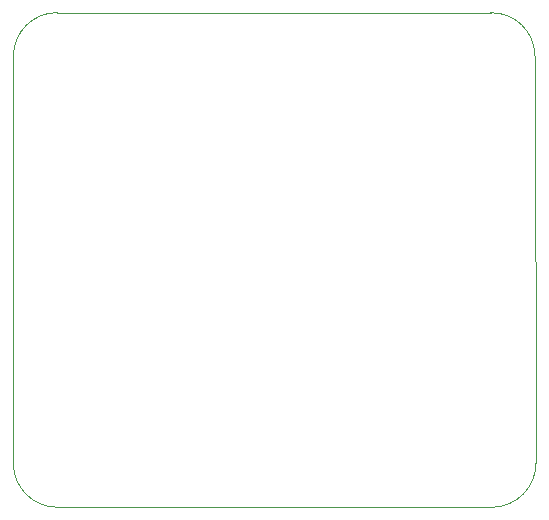
<source format=gbr>
%TF.GenerationSoftware,KiCad,Pcbnew,9.0.6-9.0.6~ubuntu22.04.1*%
%TF.CreationDate,2026-01-04T20:59:48+05:30*%
%TF.ProjectId,TWIN_NODE,5457494e-5f4e-44f4-9445-2e6b69636164,rev?*%
%TF.SameCoordinates,Original*%
%TF.FileFunction,Profile,NP*%
%FSLAX46Y46*%
G04 Gerber Fmt 4.6, Leading zero omitted, Abs format (unit mm)*
G04 Created by KiCad (PCBNEW 9.0.6-9.0.6~ubuntu22.04.1) date 2026-01-04 20:59:48*
%MOMM*%
%LPD*%
G01*
G04 APERTURE LIST*
%TA.AperFunction,Profile*%
%ADD10C,0.050000*%
%TD*%
G04 APERTURE END LIST*
D10*
X180699323Y-63112500D02*
X144000000Y-63100000D01*
X140300000Y-66800000D02*
G75*
G02*
X144000000Y-63100000I3700000J0D01*
G01*
X144000000Y-104975000D02*
G75*
G02*
X140300000Y-101275000I0J3700000D01*
G01*
X180699315Y-63112500D02*
G75*
G02*
X184450669Y-66762500I99985J-3650000D01*
G01*
X140300000Y-66800000D02*
X140300000Y-101275000D01*
X180799315Y-104987514D02*
X144000000Y-104975000D01*
X184549315Y-101237500D02*
X184450684Y-66762500D01*
X184549315Y-101237500D02*
G75*
G02*
X180799315Y-104987515I-3750015J0D01*
G01*
M02*

</source>
